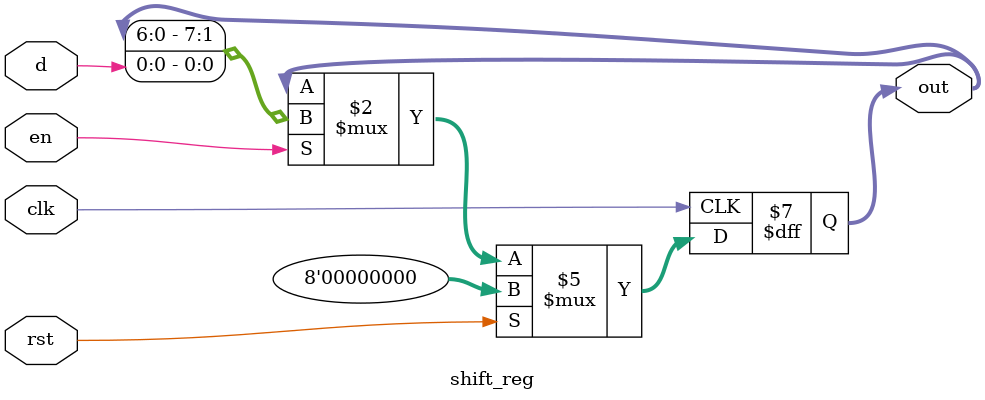
<source format=v>
module shift_reg #(
    parameter MSB=8
) (  
    input d,
    input clk,
    input en,
    input rst,
    output reg [MSB-1:0] out
);    
   always @ (posedge clk)
      if (rst)
         out <= 0;
      else begin
         if (en)
            out <= {out[MSB-2:0], d};
      end
endmodule

</source>
